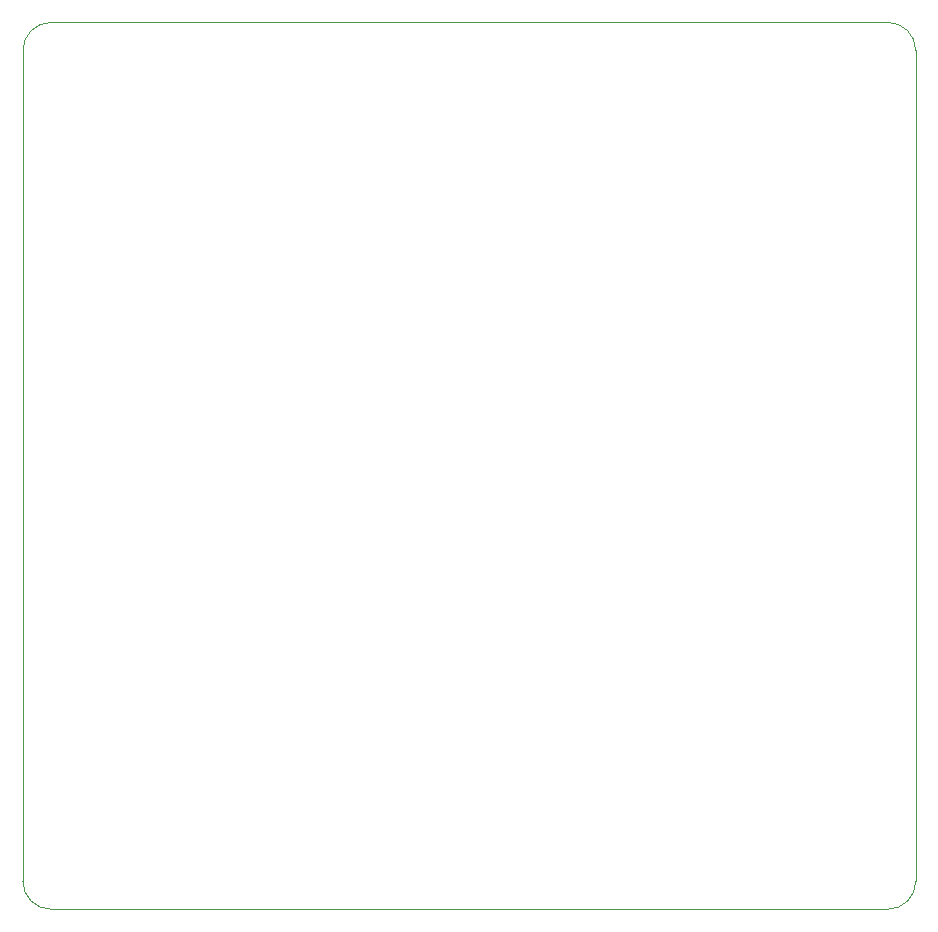
<source format=gbr>
%TF.GenerationSoftware,KiCad,Pcbnew,7.0.10*%
%TF.CreationDate,2024-07-15T02:50:03-03:00*%
%TF.ProjectId,board,626f6172-642e-46b6-9963-61645f706362,1.0*%
%TF.SameCoordinates,Original*%
%TF.FileFunction,Other,User*%
%FSLAX46Y46*%
G04 Gerber Fmt 4.6, Leading zero omitted, Abs format (unit mm)*
G04 Created by KiCad (PCBNEW 7.0.10) date 2024-07-15 02:50:03*
%MOMM*%
%LPD*%
G01*
G04 APERTURE LIST*
%ADD10C,0.100000*%
G04 APERTURE END LIST*
D10*
X105842400Y-119100600D02*
X105842400Y-48742600D01*
X181432800Y-48742600D02*
X181432800Y-119100600D01*
X179070600Y-121462800D02*
X108204600Y-121462800D01*
X181432800Y-48742600D02*
G75*
G03*
X179070600Y-46380400I-2362200J0D01*
G01*
X179070600Y-46380400D02*
X108204600Y-46380400D01*
X108204600Y-46380400D02*
G75*
G03*
X105842400Y-48742600I0J-2362200D01*
G01*
X105842400Y-119100600D02*
G75*
G03*
X108204600Y-121462800I2362200J0D01*
G01*
X179070600Y-121462800D02*
G75*
G03*
X181432800Y-119100600I0J2362200D01*
G01*
M02*

</source>
